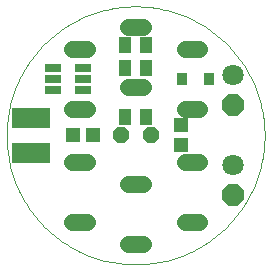
<source format=gbs>
G75*
%MOIN*%
%OFA0B0*%
%FSLAX25Y25*%
%IPPOS*%
%LPD*%
%AMOC8*
5,1,8,0,0,1.08239X$1,22.5*
%
%ADD10C,0.00100*%
%ADD11R,0.12611X0.07099*%
%ADD12R,0.05524X0.02965*%
%ADD13R,0.03950X0.05524*%
%ADD14OC8,0.07100*%
%ADD15C,0.07100*%
%ADD16R,0.04737X0.05131*%
%ADD17R,0.03280X0.04068*%
%ADD18OC8,0.05600*%
%ADD19R,0.05131X0.04737*%
%ADD20C,0.05600*%
D10*
X0001715Y0044050D02*
X0001728Y0045105D01*
X0001767Y0046160D01*
X0001832Y0047213D01*
X0001922Y0048265D01*
X0002038Y0049314D01*
X0002180Y0050359D01*
X0002348Y0051401D01*
X0002541Y0052439D01*
X0002760Y0053471D01*
X0003004Y0054498D01*
X0003273Y0055519D01*
X0003567Y0056532D01*
X0003885Y0057538D01*
X0004229Y0058536D01*
X0004596Y0059525D01*
X0004988Y0060505D01*
X0005404Y0061475D01*
X0005843Y0062435D01*
X0006306Y0063383D01*
X0006792Y0064320D01*
X0007301Y0065245D01*
X0007833Y0066156D01*
X0008386Y0067055D01*
X0008962Y0067940D01*
X0009559Y0068810D01*
X0010177Y0069665D01*
X0010816Y0070505D01*
X0011476Y0071329D01*
X0012155Y0072136D01*
X0012854Y0072927D01*
X0013572Y0073700D01*
X0014309Y0074456D01*
X0015065Y0075193D01*
X0015838Y0075911D01*
X0016629Y0076610D01*
X0017436Y0077289D01*
X0018260Y0077949D01*
X0019100Y0078588D01*
X0019955Y0079206D01*
X0020825Y0079803D01*
X0021710Y0080379D01*
X0022609Y0080932D01*
X0023520Y0081464D01*
X0024445Y0081973D01*
X0025382Y0082459D01*
X0026330Y0082922D01*
X0027290Y0083361D01*
X0028260Y0083777D01*
X0029240Y0084169D01*
X0030229Y0084536D01*
X0031227Y0084880D01*
X0032233Y0085198D01*
X0033246Y0085492D01*
X0034267Y0085761D01*
X0035294Y0086005D01*
X0036326Y0086224D01*
X0037364Y0086417D01*
X0038406Y0086585D01*
X0039451Y0086727D01*
X0040500Y0086843D01*
X0041552Y0086933D01*
X0042605Y0086998D01*
X0043660Y0087037D01*
X0044715Y0087050D01*
X0045770Y0087037D01*
X0046825Y0086998D01*
X0047878Y0086933D01*
X0048930Y0086843D01*
X0049979Y0086727D01*
X0051024Y0086585D01*
X0052066Y0086417D01*
X0053104Y0086224D01*
X0054136Y0086005D01*
X0055163Y0085761D01*
X0056184Y0085492D01*
X0057197Y0085198D01*
X0058203Y0084880D01*
X0059201Y0084536D01*
X0060190Y0084169D01*
X0061170Y0083777D01*
X0062140Y0083361D01*
X0063100Y0082922D01*
X0064048Y0082459D01*
X0064985Y0081973D01*
X0065910Y0081464D01*
X0066821Y0080932D01*
X0067720Y0080379D01*
X0068605Y0079803D01*
X0069475Y0079206D01*
X0070330Y0078588D01*
X0071170Y0077949D01*
X0071994Y0077289D01*
X0072801Y0076610D01*
X0073592Y0075911D01*
X0074365Y0075193D01*
X0075121Y0074456D01*
X0075858Y0073700D01*
X0076576Y0072927D01*
X0077275Y0072136D01*
X0077954Y0071329D01*
X0078614Y0070505D01*
X0079253Y0069665D01*
X0079871Y0068810D01*
X0080468Y0067940D01*
X0081044Y0067055D01*
X0081597Y0066156D01*
X0082129Y0065245D01*
X0082638Y0064320D01*
X0083124Y0063383D01*
X0083587Y0062435D01*
X0084026Y0061475D01*
X0084442Y0060505D01*
X0084834Y0059525D01*
X0085201Y0058536D01*
X0085545Y0057538D01*
X0085863Y0056532D01*
X0086157Y0055519D01*
X0086426Y0054498D01*
X0086670Y0053471D01*
X0086889Y0052439D01*
X0087082Y0051401D01*
X0087250Y0050359D01*
X0087392Y0049314D01*
X0087508Y0048265D01*
X0087598Y0047213D01*
X0087663Y0046160D01*
X0087702Y0045105D01*
X0087715Y0044050D01*
X0087702Y0042995D01*
X0087663Y0041940D01*
X0087598Y0040887D01*
X0087508Y0039835D01*
X0087392Y0038786D01*
X0087250Y0037741D01*
X0087082Y0036699D01*
X0086889Y0035661D01*
X0086670Y0034629D01*
X0086426Y0033602D01*
X0086157Y0032581D01*
X0085863Y0031568D01*
X0085545Y0030562D01*
X0085201Y0029564D01*
X0084834Y0028575D01*
X0084442Y0027595D01*
X0084026Y0026625D01*
X0083587Y0025665D01*
X0083124Y0024717D01*
X0082638Y0023780D01*
X0082129Y0022855D01*
X0081597Y0021944D01*
X0081044Y0021045D01*
X0080468Y0020160D01*
X0079871Y0019290D01*
X0079253Y0018435D01*
X0078614Y0017595D01*
X0077954Y0016771D01*
X0077275Y0015964D01*
X0076576Y0015173D01*
X0075858Y0014400D01*
X0075121Y0013644D01*
X0074365Y0012907D01*
X0073592Y0012189D01*
X0072801Y0011490D01*
X0071994Y0010811D01*
X0071170Y0010151D01*
X0070330Y0009512D01*
X0069475Y0008894D01*
X0068605Y0008297D01*
X0067720Y0007721D01*
X0066821Y0007168D01*
X0065910Y0006636D01*
X0064985Y0006127D01*
X0064048Y0005641D01*
X0063100Y0005178D01*
X0062140Y0004739D01*
X0061170Y0004323D01*
X0060190Y0003931D01*
X0059201Y0003564D01*
X0058203Y0003220D01*
X0057197Y0002902D01*
X0056184Y0002608D01*
X0055163Y0002339D01*
X0054136Y0002095D01*
X0053104Y0001876D01*
X0052066Y0001683D01*
X0051024Y0001515D01*
X0049979Y0001373D01*
X0048930Y0001257D01*
X0047878Y0001167D01*
X0046825Y0001102D01*
X0045770Y0001063D01*
X0044715Y0001050D01*
X0043660Y0001063D01*
X0042605Y0001102D01*
X0041552Y0001167D01*
X0040500Y0001257D01*
X0039451Y0001373D01*
X0038406Y0001515D01*
X0037364Y0001683D01*
X0036326Y0001876D01*
X0035294Y0002095D01*
X0034267Y0002339D01*
X0033246Y0002608D01*
X0032233Y0002902D01*
X0031227Y0003220D01*
X0030229Y0003564D01*
X0029240Y0003931D01*
X0028260Y0004323D01*
X0027290Y0004739D01*
X0026330Y0005178D01*
X0025382Y0005641D01*
X0024445Y0006127D01*
X0023520Y0006636D01*
X0022609Y0007168D01*
X0021710Y0007721D01*
X0020825Y0008297D01*
X0019955Y0008894D01*
X0019100Y0009512D01*
X0018260Y0010151D01*
X0017436Y0010811D01*
X0016629Y0011490D01*
X0015838Y0012189D01*
X0015065Y0012907D01*
X0014309Y0013644D01*
X0013572Y0014400D01*
X0012854Y0015173D01*
X0012155Y0015964D01*
X0011476Y0016771D01*
X0010816Y0017595D01*
X0010177Y0018435D01*
X0009559Y0019290D01*
X0008962Y0020160D01*
X0008386Y0021045D01*
X0007833Y0021944D01*
X0007301Y0022855D01*
X0006792Y0023780D01*
X0006306Y0024717D01*
X0005843Y0025665D01*
X0005404Y0026625D01*
X0004988Y0027595D01*
X0004596Y0028575D01*
X0004229Y0029564D01*
X0003885Y0030562D01*
X0003567Y0031568D01*
X0003273Y0032581D01*
X0003004Y0033602D01*
X0002760Y0034629D01*
X0002541Y0035661D01*
X0002348Y0036699D01*
X0002180Y0037741D01*
X0002038Y0038786D01*
X0001922Y0039835D01*
X0001832Y0040887D01*
X0001767Y0041940D01*
X0001728Y0042995D01*
X0001715Y0044050D01*
D11*
X0009715Y0038341D03*
X0009715Y0049759D03*
D12*
X0017096Y0059060D03*
X0017096Y0062800D03*
X0017096Y0066540D03*
X0027333Y0066540D03*
X0027333Y0062800D03*
X0027333Y0059060D03*
D13*
X0041171Y0066550D03*
X0048258Y0066550D03*
X0048258Y0074050D03*
X0041171Y0074050D03*
X0041171Y0050300D03*
X0048258Y0050300D03*
D14*
X0077215Y0054050D03*
X0077215Y0024050D03*
D15*
X0077215Y0034050D03*
X0077215Y0064050D03*
D16*
X0059715Y0047396D03*
X0059715Y0040704D03*
D17*
X0060187Y0062800D03*
X0069242Y0062800D03*
D18*
X0049715Y0044050D03*
X0039715Y0044050D03*
D19*
X0030561Y0044050D03*
X0023868Y0044050D03*
D20*
X0023565Y0015300D02*
X0028365Y0015300D01*
X0042315Y0007800D02*
X0047115Y0007800D01*
X0061065Y0015300D02*
X0065865Y0015300D01*
X0047115Y0027800D02*
X0042315Y0027800D01*
X0028365Y0035300D02*
X0023565Y0035300D01*
X0023565Y0052800D02*
X0028365Y0052800D01*
X0042315Y0060300D02*
X0047115Y0060300D01*
X0061065Y0052800D02*
X0065865Y0052800D01*
X0065865Y0035300D02*
X0061065Y0035300D01*
X0061065Y0072800D02*
X0065865Y0072800D01*
X0047115Y0080300D02*
X0042315Y0080300D01*
X0028365Y0072800D02*
X0023565Y0072800D01*
M02*

</source>
